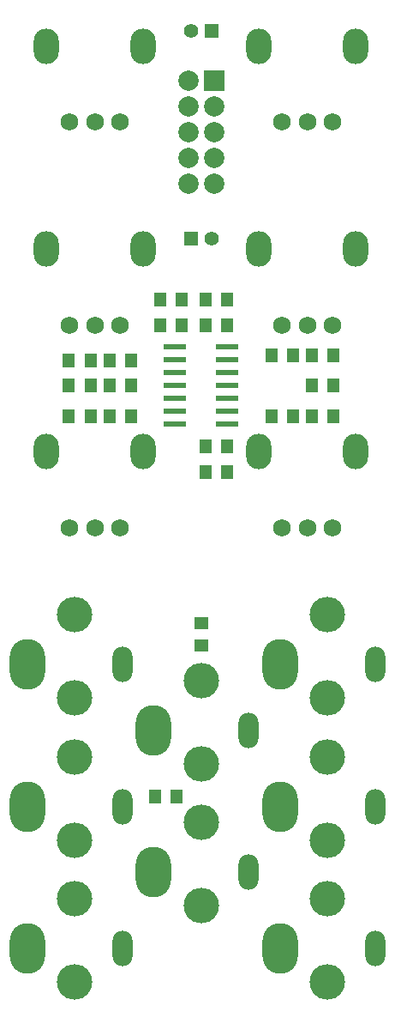
<source format=gbs>
G04 (created by PCBNEW (2013-07-07 BZR 4022)-stable) date 2014-05-25 11:14:29 PM*
%MOIN*%
G04 Gerber Fmt 3.4, Leading zero omitted, Abs format*
%FSLAX34Y34*%
G01*
G70*
G90*
G04 APERTURE LIST*
%ADD10C,0.00590551*%
%ADD11R,0.0866X0.0236*%
%ADD12R,0.055X0.045*%
%ADD13R,0.045X0.055*%
%ADD14O,0.0984252X0.137795*%
%ADD15C,0.0688976*%
%ADD16O,0.137795X0.19685*%
%ADD17O,0.0787402X0.137795*%
%ADD18O,0.137795X0.137795*%
%ADD19C,0.0787*%
%ADD20R,0.0787X0.0787*%
%ADD21R,0.0551181X0.0551181*%
%ADD22C,0.0551181*%
G04 APERTURE END LIST*
G54D10*
G54D11*
X86969Y-58783D03*
X86969Y-58283D03*
X86969Y-57783D03*
X86969Y-57283D03*
X86969Y-56783D03*
X86969Y-56283D03*
X86969Y-55783D03*
X89015Y-55783D03*
X89015Y-56283D03*
X89015Y-56783D03*
X89015Y-57283D03*
X89015Y-57783D03*
X89015Y-58283D03*
X89015Y-58783D03*
G54D12*
X87992Y-66504D03*
X87992Y-67354D03*
G54D13*
X88157Y-59645D03*
X89007Y-59645D03*
X90716Y-56102D03*
X91566Y-56102D03*
X86189Y-73228D03*
X87039Y-73228D03*
X89007Y-53937D03*
X88157Y-53937D03*
X89007Y-54921D03*
X88157Y-54921D03*
X93141Y-58464D03*
X92291Y-58464D03*
X93141Y-56102D03*
X92291Y-56102D03*
X93141Y-57283D03*
X92291Y-57283D03*
X88157Y-60629D03*
X89007Y-60629D03*
X85267Y-56299D03*
X84417Y-56299D03*
X84417Y-57283D03*
X85267Y-57283D03*
X91566Y-58464D03*
X90716Y-58464D03*
X87236Y-53937D03*
X86386Y-53937D03*
X86386Y-54921D03*
X87236Y-54921D03*
X84417Y-58464D03*
X85267Y-58464D03*
X82842Y-58464D03*
X83692Y-58464D03*
X82842Y-56299D03*
X83692Y-56299D03*
X82842Y-57283D03*
X83692Y-57283D03*
G54D14*
X85748Y-59842D03*
X81968Y-59842D03*
G54D15*
X84842Y-62795D03*
X83858Y-62795D03*
X82874Y-62795D03*
G54D14*
X85748Y-51968D03*
X81968Y-51968D03*
G54D15*
X84842Y-54921D03*
X83858Y-54921D03*
X82874Y-54921D03*
G54D14*
X85748Y-44094D03*
X81968Y-44094D03*
G54D15*
X84842Y-47047D03*
X83858Y-47047D03*
X82874Y-47047D03*
G54D14*
X94015Y-44094D03*
X90236Y-44094D03*
G54D15*
X93110Y-47047D03*
X92125Y-47047D03*
X91141Y-47047D03*
G54D14*
X94015Y-51968D03*
X90236Y-51968D03*
G54D15*
X93110Y-54921D03*
X92125Y-54921D03*
X91141Y-54921D03*
G54D14*
X94015Y-59842D03*
X90236Y-59842D03*
G54D15*
X93110Y-62795D03*
X92125Y-62795D03*
X91141Y-62795D03*
G54D16*
X81220Y-68110D03*
G54D17*
X84921Y-68110D03*
G54D18*
X83070Y-66181D03*
X83070Y-69409D03*
G54D16*
X86141Y-76181D03*
G54D17*
X89842Y-76181D03*
G54D18*
X87992Y-74251D03*
X87992Y-77480D03*
G54D16*
X91062Y-79133D03*
G54D17*
X94763Y-79133D03*
G54D18*
X92913Y-77204D03*
X92913Y-80433D03*
G54D16*
X91062Y-73622D03*
G54D17*
X94763Y-73622D03*
G54D18*
X92913Y-71692D03*
X92913Y-74921D03*
G54D16*
X91062Y-68110D03*
G54D17*
X94763Y-68110D03*
G54D18*
X92913Y-66181D03*
X92913Y-69409D03*
G54D16*
X86141Y-70669D03*
G54D17*
X89842Y-70669D03*
G54D18*
X87992Y-68740D03*
X87992Y-71968D03*
G54D16*
X81220Y-79133D03*
G54D17*
X84921Y-79133D03*
G54D18*
X83070Y-77204D03*
X83070Y-80433D03*
G54D16*
X81220Y-73622D03*
G54D17*
X84921Y-73622D03*
G54D18*
X83070Y-71692D03*
X83070Y-74921D03*
G54D19*
X88492Y-48440D03*
X88492Y-47440D03*
X88492Y-49440D03*
X88492Y-46440D03*
G54D20*
X88492Y-45440D03*
G54D19*
X87492Y-45440D03*
X87492Y-46440D03*
X87492Y-47440D03*
X87492Y-48440D03*
X87492Y-49440D03*
G54D21*
X88385Y-43503D03*
G54D22*
X87598Y-43503D03*
G54D21*
X87598Y-51574D03*
G54D22*
X88385Y-51574D03*
M02*

</source>
